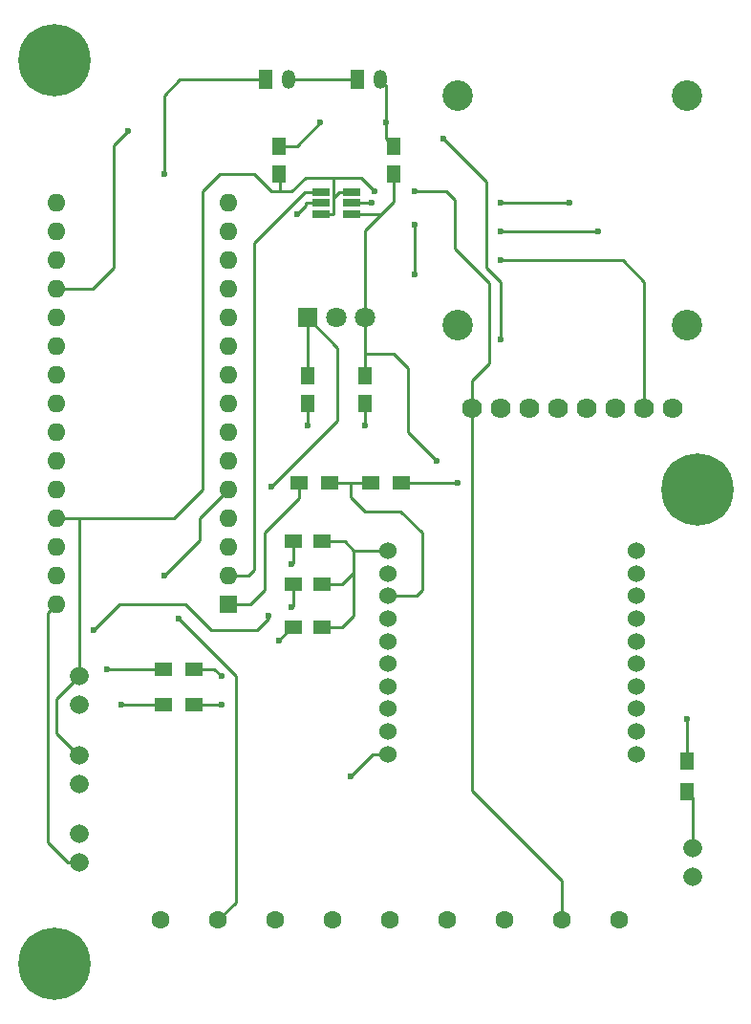
<source format=gtl>
G04 #@! TF.FileFunction,Copper,L1,Top,Signal*
%FSLAX46Y46*%
G04 Gerber Fmt 4.6, Leading zero omitted, Abs format (unit mm)*
G04 Created by KiCad (PCBNEW 4.0.7) date 04/09/18 21:36:20*
%MOMM*%
%LPD*%
G01*
G04 APERTURE LIST*
%ADD10C,0.100000*%
%ADD11C,1.600000*%
%ADD12R,1.600000X1.600000*%
%ADD13O,1.600000X1.600000*%
%ADD14R,1.250000X1.500000*%
%ADD15R,1.500000X1.250000*%
%ADD16C,1.670000*%
%ADD17R,1.500000X1.300000*%
%ADD18R,1.300000X1.500000*%
%ADD19C,1.780000*%
%ADD20C,2.700000*%
%ADD21C,1.800000*%
%ADD22R,1.800000X1.800000*%
%ADD23R,1.200000X1.700000*%
%ADD24O,1.200000X1.700000*%
%ADD25R,1.560000X0.650000*%
%ADD26C,1.524000*%
%ADD27C,6.400000*%
%ADD28C,0.600000*%
%ADD29C,0.250000*%
G04 APERTURE END LIST*
D10*
D11*
X112090000Y-137160000D03*
X107010000Y-137160000D03*
X101930000Y-137160000D03*
X96850000Y-137160000D03*
X91770000Y-137160000D03*
X86690000Y-137160000D03*
X81610000Y-137160000D03*
X76530000Y-137160000D03*
X71450000Y-137160000D03*
D12*
X77470000Y-109220000D03*
D13*
X62230000Y-76200000D03*
X77470000Y-106680000D03*
X62230000Y-78740000D03*
X77470000Y-104140000D03*
X62230000Y-81280000D03*
X77470000Y-101600000D03*
X62230000Y-83820000D03*
X77470000Y-99060000D03*
X62230000Y-86360000D03*
X77470000Y-96520000D03*
X62230000Y-88900000D03*
X77470000Y-93980000D03*
X62230000Y-91440000D03*
X77470000Y-91440000D03*
X62230000Y-93980000D03*
X77470000Y-88900000D03*
X62230000Y-96520000D03*
X77470000Y-86360000D03*
X62230000Y-99060000D03*
X77470000Y-83820000D03*
X62230000Y-101600000D03*
X77470000Y-81280000D03*
X62230000Y-104140000D03*
X77470000Y-78740000D03*
X62230000Y-106680000D03*
X77470000Y-76200000D03*
X62230000Y-109220000D03*
X77470000Y-73660000D03*
X62230000Y-73660000D03*
D14*
X84455000Y-88920000D03*
X84455000Y-91420000D03*
X89535000Y-88920000D03*
X89535000Y-91420000D03*
D15*
X85705000Y-111252000D03*
X83205000Y-111252000D03*
X85705000Y-107442000D03*
X83205000Y-107442000D03*
X85705000Y-103632000D03*
X83205000Y-103632000D03*
D14*
X81915000Y-71100000D03*
X81915000Y-68600000D03*
X92075000Y-71100000D03*
X92075000Y-68600000D03*
D16*
X64262000Y-132080000D03*
X64262000Y-129540000D03*
X118618000Y-130810000D03*
X118618000Y-133350000D03*
X64262000Y-125095000D03*
X64262000Y-122555000D03*
X64262000Y-118110000D03*
X64262000Y-115570000D03*
D17*
X90090000Y-98425000D03*
X92790000Y-98425000D03*
X83740000Y-98425000D03*
X86440000Y-98425000D03*
X71675000Y-114935000D03*
X74375000Y-114935000D03*
X71675000Y-118110000D03*
X74375000Y-118110000D03*
D18*
X118110000Y-125810000D03*
X118110000Y-123110000D03*
D19*
X99060000Y-91821000D03*
X101600000Y-91821000D03*
X106680000Y-91821000D03*
X104140000Y-91821000D03*
X109220000Y-91821000D03*
X111760000Y-91821000D03*
X114300000Y-91821000D03*
X116840000Y-91821000D03*
D20*
X118110000Y-64135000D03*
X97790000Y-64135000D03*
X97790000Y-84455000D03*
X118110000Y-84455000D03*
D21*
X89535000Y-83820000D03*
D22*
X84455000Y-83820000D03*
D21*
X86995000Y-83820000D03*
D23*
X80772000Y-62738000D03*
D24*
X82772000Y-62738000D03*
D23*
X88900000Y-62738000D03*
D24*
X90900000Y-62738000D03*
D25*
X85645000Y-72710000D03*
X85645000Y-73660000D03*
X85645000Y-74610000D03*
X88345000Y-74610000D03*
X88345000Y-72710000D03*
X88345000Y-73660000D03*
D26*
X91617800Y-104460040D03*
X91617800Y-106461560D03*
X91617800Y-108460540D03*
X91617800Y-110462060D03*
X91617800Y-112461040D03*
X91617800Y-114460020D03*
X91617800Y-116461540D03*
X91617800Y-118460520D03*
X91617800Y-120462040D03*
X91617800Y-122461020D03*
X113614200Y-122461020D03*
X113614200Y-120462040D03*
X113614200Y-118460520D03*
X113614200Y-116461540D03*
X113614200Y-114460020D03*
X113614200Y-112461040D03*
X113614200Y-110462060D03*
X113614200Y-108460540D03*
X113614200Y-106461560D03*
X113614200Y-104460040D03*
D27*
X62000000Y-61000000D03*
X119000000Y-99000000D03*
X62000000Y-141000000D03*
D28*
X101600000Y-85725000D03*
X96520000Y-67945000D03*
X68580000Y-67310000D03*
X118110000Y-119380000D03*
X83058000Y-109474000D03*
X83058000Y-105664000D03*
X76835000Y-115570000D03*
X81915000Y-112395000D03*
X89535000Y-93345000D03*
X84455000Y-93345000D03*
X83566000Y-74676000D03*
X91440000Y-66548000D03*
X85598000Y-66548000D03*
X76835000Y-118110000D03*
X88265000Y-124460000D03*
X97790000Y-98425000D03*
X67945000Y-118110000D03*
X71755000Y-106680000D03*
X66675000Y-114935000D03*
X73025000Y-110490000D03*
X90424000Y-72644000D03*
X93980000Y-72644000D03*
X101600000Y-78740000D03*
X110236000Y-76200000D03*
X101600000Y-76200000D03*
X81280000Y-98806000D03*
X81026000Y-110236000D03*
X65532000Y-111506000D03*
X107696000Y-73660000D03*
X101600000Y-73660000D03*
X95885000Y-96520000D03*
X71755000Y-71120000D03*
X93980000Y-80010000D03*
X93980000Y-75565000D03*
X90170000Y-73660000D03*
D29*
X83740000Y-98425000D02*
X83740000Y-99775000D01*
X83740000Y-99775000D02*
X80645000Y-102870000D01*
X80645000Y-102870000D02*
X80645000Y-107950000D01*
X80645000Y-107950000D02*
X79375000Y-109220000D01*
X79375000Y-109220000D02*
X77470000Y-109220000D01*
X85895000Y-72710000D02*
X84262000Y-72710000D01*
X84262000Y-72710000D02*
X79756000Y-77216000D01*
X79756000Y-77216000D02*
X79756000Y-106172000D01*
X79756000Y-106172000D02*
X79248000Y-106680000D01*
X79248000Y-106680000D02*
X77470000Y-106680000D01*
X101600000Y-80645000D02*
X101600000Y-85725000D01*
X100330000Y-79375000D02*
X101600000Y-80645000D01*
X100330000Y-71755000D02*
X100330000Y-79375000D01*
X96520000Y-67945000D02*
X100330000Y-71755000D01*
X62230000Y-81280000D02*
X65405000Y-81280000D01*
X67310000Y-79375000D02*
X65405000Y-81280000D01*
X67310000Y-68580000D02*
X67310000Y-79375000D01*
X68580000Y-67310000D02*
X67310000Y-68580000D01*
X118618000Y-130810000D02*
X118618000Y-126318000D01*
X118618000Y-126318000D02*
X118110000Y-125810000D01*
X118110000Y-123110000D02*
X118110000Y-119380000D01*
X83205000Y-107442000D02*
X83205000Y-109327000D01*
X83205000Y-109327000D02*
X83058000Y-109474000D01*
X83205000Y-103632000D02*
X83205000Y-105517000D01*
X83205000Y-105517000D02*
X83058000Y-105664000D01*
X74375000Y-114935000D02*
X76200000Y-114935000D01*
X76200000Y-114935000D02*
X76835000Y-115570000D01*
X83205000Y-111252000D02*
X83058000Y-111252000D01*
X83058000Y-111252000D02*
X81915000Y-112395000D01*
X83205000Y-107442000D02*
X83058000Y-107442000D01*
X83205000Y-103632000D02*
X83058000Y-103632000D01*
X85645000Y-73660000D02*
X84328000Y-73660000D01*
X84328000Y-73914000D02*
X83566000Y-74676000D01*
X84328000Y-73660000D02*
X84328000Y-73914000D01*
X90900000Y-62738000D02*
X91440000Y-63278000D01*
X91440000Y-67965000D02*
X91440000Y-66548000D01*
X91440000Y-67965000D02*
X92075000Y-68600000D01*
X91440000Y-63278000D02*
X91440000Y-66548000D01*
X81915000Y-68600000D02*
X83546000Y-68600000D01*
X83546000Y-68600000D02*
X85598000Y-66548000D01*
X74375000Y-118110000D02*
X76835000Y-118110000D01*
X91617800Y-122461020D02*
X90263980Y-122461020D01*
X90263980Y-122461020D02*
X88265000Y-124460000D01*
X85895000Y-73660000D02*
X85344000Y-73660000D01*
X92790000Y-98425000D02*
X97790000Y-98425000D01*
X89535000Y-91420000D02*
X89535000Y-93345000D01*
X84455000Y-91420000D02*
X84455000Y-93345000D01*
X83078000Y-103505000D02*
X83205000Y-103632000D01*
X82870040Y-103297040D02*
X83205000Y-103632000D01*
X83078000Y-107315000D02*
X83205000Y-107442000D01*
X82550000Y-111125000D02*
X83205000Y-111252000D01*
X67945000Y-118110000D02*
X71675000Y-118110000D01*
X71755000Y-106680000D02*
X74930000Y-103505000D01*
X74930000Y-103505000D02*
X74930000Y-101600000D01*
X74930000Y-101600000D02*
X77470000Y-99060000D01*
X66675000Y-114935000D02*
X71675000Y-114935000D01*
X78105000Y-115570000D02*
X73025000Y-110490000D01*
X76530000Y-137160000D02*
X78105000Y-135585000D01*
X78105000Y-115570000D02*
X78105000Y-135585000D01*
X99060000Y-91821000D02*
X99060000Y-125730000D01*
X107010000Y-133680000D02*
X107010000Y-137160000D01*
X99060000Y-125730000D02*
X107010000Y-133680000D01*
X96266000Y-72644000D02*
X96774000Y-72644000D01*
X96774000Y-72644000D02*
X97536000Y-73406000D01*
X82042000Y-72644000D02*
X82042000Y-71227000D01*
X82042000Y-71227000D02*
X81915000Y-71100000D01*
X86802000Y-71417000D02*
X84285000Y-71417000D01*
X81280000Y-72644000D02*
X79736000Y-71100000D01*
X83058000Y-72644000D02*
X82042000Y-72644000D01*
X82042000Y-72644000D02*
X81280000Y-72644000D01*
X84285000Y-71417000D02*
X83058000Y-72644000D01*
X86802000Y-71417000D02*
X89197000Y-71417000D01*
X89197000Y-71417000D02*
X90424000Y-72644000D01*
X86802000Y-73406000D02*
X86802000Y-71417000D01*
X64262000Y-122555000D02*
X64135000Y-122555000D01*
X64135000Y-122555000D02*
X62230000Y-120650000D01*
X62230000Y-120650000D02*
X62230000Y-117602000D01*
X62230000Y-117602000D02*
X64262000Y-115570000D01*
X64262000Y-115570000D02*
X64262000Y-101600000D01*
X99060000Y-91821000D02*
X99060000Y-89408000D01*
X99060000Y-89408000D02*
X100584000Y-87884000D01*
X100584000Y-87884000D02*
X100584000Y-80772000D01*
X100584000Y-80772000D02*
X97536000Y-77724000D01*
X97536000Y-77724000D02*
X97536000Y-73406000D01*
X96266000Y-72644000D02*
X93980000Y-72644000D01*
X90424000Y-72644000D02*
X90358000Y-72710000D01*
X86802000Y-74610000D02*
X86802000Y-73406000D01*
X86802000Y-73406000D02*
X86802000Y-73218000D01*
X86802000Y-73218000D02*
X86868000Y-73152000D01*
X88095000Y-72710000D02*
X87310000Y-72710000D01*
X87310000Y-72710000D02*
X86868000Y-73152000D01*
X86802000Y-74610000D02*
X85895000Y-74610000D01*
X62230000Y-101600000D02*
X64262000Y-101600000D01*
X64262000Y-101600000D02*
X72644000Y-101600000D01*
X76728000Y-71100000D02*
X79736000Y-71100000D01*
X75184000Y-72644000D02*
X76728000Y-71100000D01*
X75184000Y-99060000D02*
X75184000Y-72644000D01*
X72644000Y-101600000D02*
X75184000Y-99060000D01*
X114300000Y-91821000D02*
X114300000Y-80645000D01*
X114300000Y-80645000D02*
X112395000Y-78740000D01*
X112395000Y-78740000D02*
X101600000Y-78740000D01*
X110236000Y-76200000D02*
X101600000Y-76200000D01*
X87122000Y-86487000D02*
X84455000Y-83820000D01*
X87122000Y-92964000D02*
X87122000Y-86487000D01*
X81280000Y-98806000D02*
X87122000Y-92964000D01*
X81026000Y-110490000D02*
X81026000Y-110236000D01*
X80010000Y-111506000D02*
X81026000Y-110490000D01*
X75946000Y-111506000D02*
X80010000Y-111506000D01*
X73660000Y-109220000D02*
X75946000Y-111506000D01*
X67818000Y-109220000D02*
X73660000Y-109220000D01*
X65532000Y-111506000D02*
X67818000Y-109220000D01*
X64262000Y-132080000D02*
X63246000Y-132080000D01*
X61468000Y-109982000D02*
X62230000Y-109220000D01*
X61468000Y-130302000D02*
X61468000Y-109982000D01*
X63246000Y-132080000D02*
X61468000Y-130302000D01*
X84455000Y-83820000D02*
X84455000Y-88920000D01*
X107696000Y-73660000D02*
X101600000Y-73660000D01*
X89535000Y-76200000D02*
X89535000Y-76073000D01*
X89535000Y-76073000D02*
X90998000Y-74610000D01*
X89535000Y-86995000D02*
X92075000Y-86995000D01*
X93345000Y-88265000D02*
X93345000Y-90170000D01*
X92075000Y-86995000D02*
X93345000Y-88265000D01*
X88579960Y-106045000D02*
X88579960Y-110175040D01*
X87503000Y-111252000D02*
X85705000Y-111252000D01*
X88579960Y-110175040D02*
X87503000Y-111252000D01*
X88579960Y-104460040D02*
X88579960Y-106045000D01*
X88579960Y-106045000D02*
X88579960Y-106365040D01*
X87503000Y-107442000D02*
X85705000Y-107442000D01*
X88579960Y-106365040D02*
X87503000Y-107442000D01*
X91617800Y-104460040D02*
X88579960Y-104460040D01*
X87751920Y-103632000D02*
X85705000Y-103632000D01*
X88579960Y-104460040D02*
X87751920Y-103632000D01*
X93345000Y-90170000D02*
X93345000Y-93980000D01*
X93345000Y-93980000D02*
X95885000Y-96520000D01*
X89535000Y-83820000D02*
X89535000Y-76200000D01*
X89535000Y-76200000D02*
X89535000Y-76050000D01*
X92075000Y-71100000D02*
X92075000Y-73533000D01*
X92075000Y-73533000D02*
X90998000Y-74610000D01*
X90998000Y-74610000D02*
X88095000Y-74610000D01*
X89535000Y-83820000D02*
X89535000Y-84455000D01*
X89535000Y-83820000D02*
X89535000Y-86995000D01*
X89535000Y-86995000D02*
X89535000Y-88920000D01*
X80772000Y-62738000D02*
X73152000Y-62738000D01*
X71755000Y-64135000D02*
X73152000Y-62738000D01*
X71755000Y-71120000D02*
X71755000Y-64135000D01*
X92710000Y-100965000D02*
X89535000Y-100965000D01*
X91617800Y-108460540D02*
X94104460Y-108460540D01*
X94615000Y-107950000D02*
X94104460Y-108460540D01*
X94615000Y-102870000D02*
X94615000Y-107950000D01*
X92710000Y-100965000D02*
X94615000Y-102870000D01*
X88265000Y-99695000D02*
X88265000Y-98425000D01*
X89535000Y-100965000D02*
X88265000Y-99695000D01*
X90090000Y-98425000D02*
X88265000Y-98425000D01*
X88265000Y-98425000D02*
X86440000Y-98425000D01*
X93980000Y-80010000D02*
X93980000Y-75565000D01*
X90170000Y-73660000D02*
X88095000Y-73660000D01*
X82772000Y-62738000D02*
X88900000Y-62738000D01*
M02*

</source>
